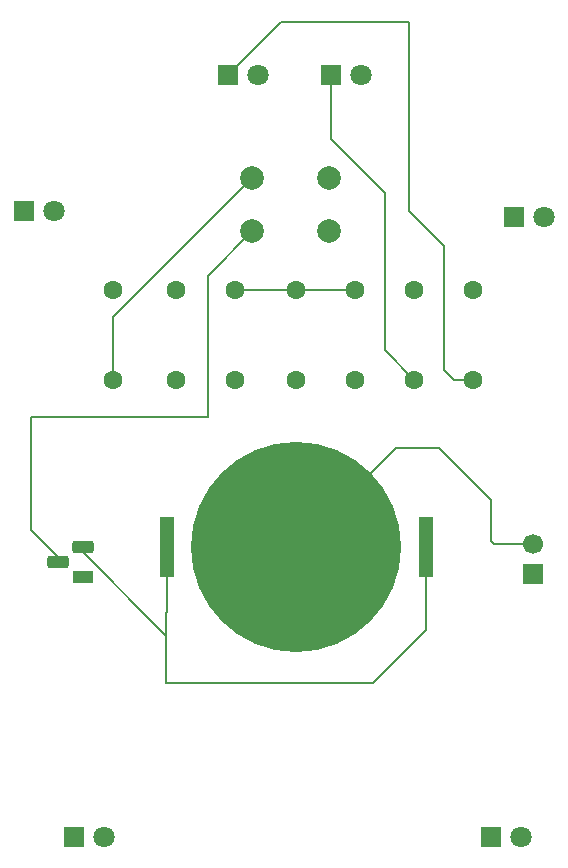
<source format=gbl>
G04 #@! TF.GenerationSoftware,KiCad,Pcbnew,9.0.2*
G04 #@! TF.CreationDate,2025-06-21T22:02:28+02:00*
G04 #@! TF.ProjectId,Keychain,4b657963-6861-4696-9e2e-6b696361645f,rev?*
G04 #@! TF.SameCoordinates,Original*
G04 #@! TF.FileFunction,Copper,L2,Bot*
G04 #@! TF.FilePolarity,Positive*
%FSLAX46Y46*%
G04 Gerber Fmt 4.6, Leading zero omitted, Abs format (unit mm)*
G04 Created by KiCad (PCBNEW 9.0.2) date 2025-06-21 22:02:28*
%MOMM*%
%LPD*%
G01*
G04 APERTURE LIST*
G04 Aperture macros list*
%AMRoundRect*
0 Rectangle with rounded corners*
0 $1 Rounding radius*
0 $2 $3 $4 $5 $6 $7 $8 $9 X,Y pos of 4 corners*
0 Add a 4 corners polygon primitive as box body*
4,1,4,$2,$3,$4,$5,$6,$7,$8,$9,$2,$3,0*
0 Add four circle primitives for the rounded corners*
1,1,$1+$1,$2,$3*
1,1,$1+$1,$4,$5*
1,1,$1+$1,$6,$7*
1,1,$1+$1,$8,$9*
0 Add four rect primitives between the rounded corners*
20,1,$1+$1,$2,$3,$4,$5,0*
20,1,$1+$1,$4,$5,$6,$7,0*
20,1,$1+$1,$6,$7,$8,$9,0*
20,1,$1+$1,$8,$9,$2,$3,0*%
G04 Aperture macros list end*
G04 #@! TA.AperFunction,ComponentPad*
%ADD10C,1.600000*%
G04 #@! TD*
G04 #@! TA.AperFunction,ComponentPad*
%ADD11R,1.800000X1.800000*%
G04 #@! TD*
G04 #@! TA.AperFunction,ComponentPad*
%ADD12C,1.800000*%
G04 #@! TD*
G04 #@! TA.AperFunction,ComponentPad*
%ADD13R,1.700000X1.700000*%
G04 #@! TD*
G04 #@! TA.AperFunction,ComponentPad*
%ADD14C,1.700000*%
G04 #@! TD*
G04 #@! TA.AperFunction,ComponentPad*
%ADD15R,1.800000X1.100000*%
G04 #@! TD*
G04 #@! TA.AperFunction,ComponentPad*
%ADD16RoundRect,0.275000X0.625000X-0.275000X0.625000X0.275000X-0.625000X0.275000X-0.625000X-0.275000X0*%
G04 #@! TD*
G04 #@! TA.AperFunction,ComponentPad*
%ADD17C,2.000000*%
G04 #@! TD*
G04 #@! TA.AperFunction,SMDPad,CuDef*
%ADD18R,1.270000X5.080000*%
G04 #@! TD*
G04 #@! TA.AperFunction,SMDPad,CuDef*
%ADD19C,17.800000*%
G04 #@! TD*
G04 #@! TA.AperFunction,Conductor*
%ADD20C,0.200000*%
G04 #@! TD*
G04 APERTURE END LIST*
D10*
G04 #@! TO.P,4.7 k \u03A9,1*
G04 #@! TO.N,Net-(BT1-+)*
X153000000Y-91690000D03*
G04 #@! TO.P,4.7 k \u03A9,2*
G04 #@! TO.N,Net-(R7-Pad2)*
X153000000Y-99310000D03*
G04 #@! TD*
G04 #@! TO.P,220 \u03A9,1*
G04 #@! TO.N,Net-(BT1--)*
X158350000Y-91690000D03*
G04 #@! TO.P,220 \u03A9,2*
G04 #@! TO.N,Net-(D6-K)*
X158350000Y-99310000D03*
G04 #@! TD*
D11*
G04 #@! TO.P,D2,1,K*
G04 #@! TO.N,Net-(D2-K)*
X171460000Y-73500000D03*
D12*
G04 #@! TO.P,D2,2,A*
G04 #@! TO.N,Net-(D1-A)*
X174000000Y-73500000D03*
G04 #@! TD*
D11*
G04 #@! TO.P,LED,1,K*
G04 #@! TO.N,Net-(D3-K)*
X145460000Y-85000000D03*
D12*
G04 #@! TO.P,LED,2,A*
G04 #@! TO.N,Net-(D1-A)*
X148000000Y-85000000D03*
G04 #@! TD*
D10*
G04 #@! TO.P,220 \u03A9,1*
G04 #@! TO.N,Net-(BT1--)*
X183500000Y-91690000D03*
G04 #@! TO.P,220 \u03A9,2*
G04 #@! TO.N,Net-(D1-K)*
X183500000Y-99310000D03*
G04 #@! TD*
G04 #@! TO.P,220 \u03A9,1*
G04 #@! TO.N,Net-(BT1--)*
X178500000Y-91690000D03*
G04 #@! TO.P,220 \u03A9,2*
G04 #@! TO.N,Net-(D2-K)*
X178500000Y-99310000D03*
G04 #@! TD*
D13*
G04 #@! TO.P,Motor,1,Pin_1*
G04 #@! TO.N,Net-(D1-A)*
X188500000Y-115775000D03*
D14*
G04 #@! TO.P,Motor,2,Pin_2*
G04 #@! TO.N,Net-(BT1--)*
X188500000Y-113235000D03*
G04 #@! TD*
D11*
G04 #@! TO.P,LED,1,K*
G04 #@! TO.N,Net-(D5-K)*
X149645000Y-138000000D03*
D12*
G04 #@! TO.P,LED,2,A*
G04 #@! TO.N,Net-(D1-A)*
X152185000Y-138000000D03*
G04 #@! TD*
D15*
G04 #@! TO.P,NPN,1,E*
G04 #@! TO.N,Net-(D1-A)*
X150400000Y-116040000D03*
D16*
G04 #@! TO.P,NPN,2,B*
G04 #@! TO.N,Net-(Q1-B)*
X148330000Y-114770000D03*
G04 #@! TO.P,NPN,3,C*
G04 #@! TO.N,Net-(BT1-+)*
X150400000Y-113500000D03*
G04 #@! TD*
D11*
G04 #@! TO.P,D1,1,K*
G04 #@! TO.N,Net-(D1-K)*
X162725000Y-73500000D03*
D12*
G04 #@! TO.P,D1,2,A*
G04 #@! TO.N,Net-(D1-A)*
X165265000Y-73500000D03*
G04 #@! TD*
D17*
G04 #@! TO.P,BUTTON,1,1*
G04 #@! TO.N,Net-(R7-Pad2)*
X164750000Y-82250000D03*
X171250000Y-82250000D03*
G04 #@! TO.P,BUTTON,2,2*
G04 #@! TO.N,Net-(Q1-B)*
X164750000Y-86750000D03*
X171250000Y-86750000D03*
G04 #@! TD*
D10*
G04 #@! TO.P,220 \u03A9,1*
G04 #@! TO.N,Net-(BT1--)*
X163300000Y-91690000D03*
G04 #@! TO.P,220 \u03A9,2*
G04 #@! TO.N,Net-(D5-K)*
X163300000Y-99310000D03*
G04 #@! TD*
D11*
G04 #@! TO.P,LED,1,K*
G04 #@! TO.N,Net-(D4-K)*
X186960000Y-85500000D03*
D12*
G04 #@! TO.P,LED,2,A*
G04 #@! TO.N,Net-(D1-A)*
X189500000Y-85500000D03*
G04 #@! TD*
D10*
G04 #@! TO.P,220 \u03A9,1*
G04 #@! TO.N,Net-(BT1--)*
X173500000Y-91690000D03*
G04 #@! TO.P,220 \u03A9,2*
G04 #@! TO.N,Net-(D3-K)*
X173500000Y-99310000D03*
G04 #@! TD*
G04 #@! TO.P,220 \u03A9,1*
G04 #@! TO.N,Net-(BT1--)*
X168500000Y-91690000D03*
G04 #@! TO.P,220 \u03A9,2*
G04 #@! TO.N,Net-(D4-K)*
X168500000Y-99310000D03*
G04 #@! TD*
D11*
G04 #@! TO.P,LED,1,K*
G04 #@! TO.N,Net-(D6-K)*
X184960000Y-138000000D03*
D12*
G04 #@! TO.P,LED,2,A*
G04 #@! TO.N,Net-(D1-A)*
X187500000Y-138000000D03*
G04 #@! TD*
D18*
G04 #@! TO.P,Battery Mount (CR2032),1,+*
G04 #@! TO.N,Net-(BT1-+)*
X179485000Y-113500000D03*
X157515000Y-113500000D03*
D19*
G04 #@! TO.P,Battery Mount (CR2032),2,-*
G04 #@! TO.N,Net-(BT1--)*
X168500000Y-113500000D03*
G04 #@! TD*
D20*
G04 #@! TO.N,Net-(BT1-+)*
X157500000Y-119000000D02*
X157515000Y-118985000D01*
X179485000Y-120515000D02*
X175000000Y-125000000D01*
X157500000Y-121000000D02*
X157500000Y-119000000D01*
X175000000Y-125000000D02*
X157500000Y-125000000D01*
X157500000Y-121000000D02*
X150000000Y-113500000D01*
X157515000Y-118985000D02*
X157515000Y-113500000D01*
X179485000Y-113500000D02*
X179485000Y-120515000D01*
X157500000Y-125000000D02*
X157500000Y-121000000D01*
G04 #@! TO.N,Net-(BT1--)*
X180600000Y-105100000D02*
X185000000Y-109500000D01*
X168500000Y-91690000D02*
X163300000Y-91690000D01*
X168500000Y-113500000D02*
X176900000Y-105100000D01*
X176900000Y-105100000D02*
X180600000Y-105100000D01*
X185000000Y-109500000D02*
X185000000Y-113000000D01*
X173500000Y-91690000D02*
X168500000Y-91690000D01*
X185000000Y-113000000D02*
X185235000Y-113235000D01*
X185235000Y-113235000D02*
X188500000Y-113235000D01*
G04 #@! TO.N,Net-(D1-K)*
X183500000Y-99310000D02*
X181810000Y-99310000D01*
X162725000Y-73500000D02*
X167225000Y-69000000D01*
X181000000Y-98500000D02*
X181000000Y-88000000D01*
X181810000Y-99310000D02*
X181000000Y-98500000D01*
X178000000Y-85000000D02*
X181000000Y-88000000D01*
X167225000Y-69000000D02*
X178000000Y-69000000D01*
X178000000Y-69000000D02*
X178000000Y-85000000D01*
G04 #@! TO.N,Net-(D2-K)*
X171460000Y-73500000D02*
X171460000Y-78960000D01*
X176000000Y-96810000D02*
X178500000Y-99310000D01*
X171460000Y-78960000D02*
X176000000Y-83500000D01*
X176000000Y-83500000D02*
X176000000Y-96810000D01*
G04 #@! TO.N,Net-(Q1-B)*
X146000000Y-112040000D02*
X148730000Y-114770000D01*
X161000000Y-90500000D02*
X161000000Y-102500000D01*
X146000000Y-102500000D02*
X146000000Y-112040000D01*
X161000000Y-102500000D02*
X146000000Y-102500000D01*
X164750000Y-86750000D02*
X161000000Y-90500000D01*
G04 #@! TO.N,Net-(R7-Pad2)*
X153000000Y-99310000D02*
X153000000Y-94000000D01*
X153000000Y-94000000D02*
X164750000Y-82250000D01*
G04 #@! TD*
M02*

</source>
